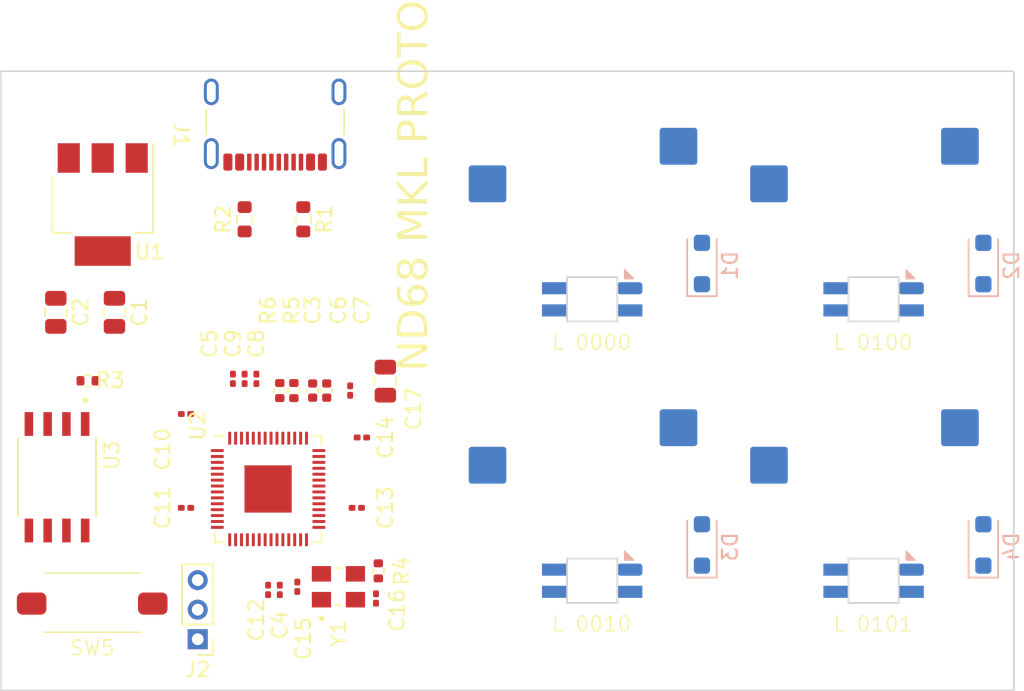
<source format=kicad_pcb>
(kicad_pcb (version 20221018) (generator pcbnew)
  (layers (0 "F.Cu" signal) (31 "B.Cu" signal) (34 "B.Paste" user) (35 "F.Paste" user) (36 "B.SilkS" user "B.Silkscreen") (37 "F.SilkS" user "F.Silkscreen") (38 "B.Mask" user) (39 "F.Mask" user) (44 "Edge.Cuts" user))
  (net 0 "")
  (net 1 "VBUS")
  (net 2 "GND")
  (net 3 "+3.3V")
  (net 4 "+1V1")
  (net 5 "XIN")
  (net 6 "Net-(C16-Pad2)")
  (net 7 "R0")
  (net 8 "Net-(D1-A)")
  (net 9 "Net-(D2-A)")
  (net 10 "R1")
  (net 11 "Net-(D3-A)")
  (net 12 "Net-(D4-A)")
  (net 13 "Net-(J1-CC1)")
  (net 16 "Net-(J1-CC2)")
  (net 17 "D+")
  (net 18 "D-")
  (net 19 "Net-(J2-Pin_1)")
  (net 20 "Net-(J2-Pin_3)")
  (net 21 "Net-(R3-Pad1)")
  (net 22 "QSPI_SS")
  (net 23 "XOUT")
  (net 24 "Net-(U2-USB_DM)")
  (net 25 "Net-(U2-USB_DP)")
  (net 57 "QSPI_SD3")
  (net 58 "QSPI_SCLK")
  (net 59 "QSPI_SD0")
  (net 60 "QSPI_SD2")
  (net 61 "QSPI_SD1")
  (net 62 "VDD")
  (net 63 "Net-(SW1-DOUT)")
  (net 64 "DIN")
  (net 65 "Net-(SW2-DOUT)")
  (net 66 "Net-(SW3-DOUT)")
  (footprint "ND68:ND68-1U-HS-ARGB" (layer "F.Cu") (at 169.57675 100.33)
    (fp_text reference "SW3")
    (fp_text value "~")
    (fp_text user "L 0010" (at -2.794 8.7884 unlocked) (layer "F.SilkS") (effects (font (thickness 0.1)) (justify left bottom)))
    (fp_poly (pts (xy 2.8 3.8802) (xy 2.2 3.8802) (xy 2.2 3.2802)) (stroke (width 0.1)) (fill solid) (layer "B.SilkS"))
    (fp_line (start -1.7 3.7802) (end 1.7 3.7802) (stroke (width 0.12)) (layer "Edge.Cuts"))
    (fp_line (start -1.7 6.7802) (end -1.7 3.7802) (stroke (width 0.12)) (layer "Edge.Cuts"))
    (fp_line (start 1.7 3.7802) (end 1.7 6.7802) (stroke (width 0.12)) (layer "Edge.Cuts"))
    (fp_line (start 1.7 6.7802) (end -1.7 6.7802) (stroke (width 0.12)) (layer "Edge.Cuts"))
    (pad "" np_thru_hole circle (at -5.08 0 48.099) (size 1.7018 1.7018) (drill 1.7018) (layers "F&B.Cu" "*.Mask"))
    (pad "" np_thru_hole circle (at -3.81 -2.54) (size 3 3) (drill 3) (layers "F&B.Cu" "*.Mask"))
    (pad "" np_thru_hole circle (at 0 0) (size 3.9878 3.9878) (drill 3.9878) (layers "F&B.Cu" "*.Mask"))
    (pad "" np_thru_hole circle (at 2.54 -5.08) (size 3 3) (drill 3) (layers "F&B.Cu" "*.Mask"))
    (pad "" np_thru_hole circle (at 5.08 0 48.099) (size 1.7018 1.7018) (drill 1.7018) (layers "F&B.Cu" "*.Mask"))
    (pad "1" smd rect (at -2.55 6.0302) (size 1.7 0.82) (layers "B.Cu" "B.Paste" "B.Mask") (net 62 "VDD"))
    (pad "2" smd rect (at -2.55 4.5302) (size 1.7 0.82) (layers "B.Cu" "B.Paste" "B.Mask") (net 66 "Net-(SW3-DOUT)"))
    (pad "3" smd roundrect (at 2.55 4.5302) (size 1.7 0.82) (layers "B.Cu" "B.Paste" "B.Mask") (net 2 "GND"))
    (pad "4" smd rect (at 2.55 6.0302) (size 1.7 0.82) (layers "B.Cu" "B.Paste" "B.Mask") (net 65 "Net-(SW2-DOUT)"))
    (pad "5" smd roundrect (at -7.085 -2.54) (size 2.55 2.5) (layers "B.Cu" "B.Paste" "B.Mask") (roundrect_rratio 0.08))
    (pad "6" smd roundrect (at 5.842 -5.08) (size 2.55 2.5) (layers "B.Cu" "B.Paste" "B.Mask") (roundrect_rratio 0.08))
  )
  (footprint "ND68:USB_C_Receptacle_GCT_USB4105-GF-A" (layer "F.Cu") (at 148.11375 73.5925 180)
    (fp_text reference "J1" (at 6.35 -1.835 270 unlocked) (layer "F.SilkS"))
    (fp_text value "USB_C_Receptacle_USB2.0_14P")
    (fp_line (start -4.67 -0.1) (end -4.67 -1.8) (stroke (width 0.12)) (layer "F.SilkS"))
    (fp_line (start 4.67 -0.1) (end 4.67 -1.8) (stroke (width 0.12)) (layer "F.SilkS"))
    (pad "" np_thru_hole circle (at -2.89 -2.605 180) (size 0.65 0.65) (drill 0.65) (layers "F&B.Cu" "*.Mask"))
    (pad "" np_thru_hole circle (at 2.89 -2.605 180) (size 0.65 0.65) (drill 0.65) (layers "F&B.Cu" "*.Mask"))
    (pad "A1" smd roundrect (at -3.2 -3.68 180) (size 0.6 1.15) (layers "F.Cu" "F.Paste" "F.Mask") (net 2 "GND"))
    (pad "A4" smd roundrect (at -2.4 -3.68 180) (size 0.6 1.15) (layers "F.Cu" "F.Paste" "F.Mask") (net 1 "VBUS"))
    (pad "A5" smd roundrect (at -1.25 -3.68 180) (size 0.3 1.15) (layers "F.Cu" "F.Paste" "F.Mask") (net 13 "Net-(J1-CC1)"))
    (pad "A6" smd roundrect (at -0.25 -3.68 180) (size 0.3 1.15) (layers "F.Cu" "F.Paste" "F.Mask"))
    (pad "A7" smd roundrect (at 0.25 -3.68 180) (size 0.3 1.15) (layers "F.Cu" "F.Paste" "F.Mask"))
    (pad "A8" smd roundrect (at 1.25 -3.68 180) (size 0.3 1.15) (layers "F.Cu" "F.Paste" "F.Mask"))
    (pad "A9" smd roundrect (at 2.4 -3.68 180) (size 0.6 1.15) (layers "F.Cu" "F.Paste" "F.Mask") (net 1 "VBUS"))
    (pad "A12" smd roundrect (at 3.2 -3.68 180) (size 0.6 1.15) (layers "F.Cu" "F.Paste" "F.Mask") (net 2 "GND"))
    (pad "B1" smd roundrect (at 3.2 -3.68 180) (size 0.6 1.15) (layers "F.Cu" "F.Paste" "F.Mask") (net 2 "GND"))
    (pad "B4" smd roundrect (at 2.4 -3.68 180) (size 0.6 1.15) (layers "F.Cu" "F.Paste" "F.Mask") (net 1 "VBUS"))
    (pad "B5" smd roundrect (at 1.75 -3.68 180) (size 0.3 1.15) (layers "F.Cu" "F.Paste" "F.Mask") (net 16 "Net-(J1-CC2)"))
    (pad "B6" smd roundrect (at 0.75 -3.68 180) (size 0.3 1.15) (layers "F.Cu" "F.Paste" "F.Mask") (net 17 "D+"))
    (pad "B7" smd roundrect (at -0.75 -3.68 180) (size 0.3 1.15) (layers "F.Cu" "F.Paste" "F.Mask") (net 18 "D-"))
    (pad "B8" smd roundrect (at -1.75 -3.68 180) (size 0.3 1.15) (layers "F.Cu" "F.Paste" "F.Mask"))
    (pad "B9" smd roundrect (at -2.4 -3.68 180) (size 0.6 1.15) (layers "F.Cu" "F.Paste" "F.Mask") (net 1 "VBUS"))
    (pad "B12" smd roundrect (at -3.2 -3.68 180) (size 0.6 1.15) (layers "F.Cu" "F.Paste" "F.Mask") (net 2 "GND"))
    (pad "S1" thru_hole oval (at -4.32 -3.105 180) (size 1 2.1) (drill oval 0.6 1.7) (layers "*.Cu" "*.Mask" "F.Paste") (net 2 "GND"))
    (pad "S1" thru_hole oval (at -4.32 1.075 180) (size 1 1.8) (drill oval 0.6 1.4) (layers "*.Cu" "*.Mask" "F.Paste") (net 2 "GND"))
    (pad "S1" thru_hole oval (at 4.32 -3.105 180) (size 1 2.1) (drill oval 0.6 1.7) (layers "*.Cu" "*.Mask" "F.Paste") (net 2 "GND"))
    (pad "S1" thru_hole oval (at 4.32 1.075 180) (size 1 1.8) (drill oval 0.6 1.4) (layers "*.Cu" "*.Mask" "F.Paste") (net 2 "GND"))
  )
  (footprint "Resistor_SMD:R_0402_1005Metric" (layer "F.Cu") (at 148.43125 92.7375 -90)
    (fp_text reference "R6" (at -5.425 0.79375 90) (layer "F.SilkS"))
    (fp_text value "27.4" hide)
    (fp_line (start -0.153641 -0.38) (end 0.153641 -0.38) (stroke (width 0.12)) (layer "F.SilkS"))
    (fp_line (start -0.153641 0.38) (end 0.153641 0.38) (stroke (width 0.12)) (layer "F.SilkS"))
    (pad "1" smd roundrect (at -0.51 0 270) (size 0.54 0.64) (layers "F.Cu" "F.Paste" "F.Mask") (net 17 "D+"))
    (pad "2" smd roundrect (at 0.51 0 270) (size 0.54 0.64) (layers "F.Cu" "F.Paste" "F.Mask") (net 25 "Net-(U2-USB_DP)"))
  )
  (footprint "Connector_PinHeader_2.00mm:PinHeader_1x03_P2.00mm_Vertical" (layer "F.Cu") (at 142.875 109.56875 180)
    (fp_text reference "J2" (at 0 -2.06) (layer "F.SilkS"))
    (fp_text value "Conn_01x03_Pin" hide)
    (fp_line (start -1.06 -1.06) (end 0 -1.06) (stroke (width 0.12)) (layer "F.SilkS"))
    (fp_line (start -1.06 0) (end -1.06 -1.06) (stroke (width 0.12)) (layer "F.SilkS"))
    (fp_line (start -1.06 1) (end -1.06 5.06) (stroke (width 0.12)) (layer "F.SilkS"))
    (fp_line (start -1.06 1) (end 1.06 1) (stroke (width 0.12)) (layer "F.SilkS"))
    (fp_line (start -1.06 5.06) (end 1.06 5.06) (stroke (width 0.12)) (layer "F.SilkS"))
    (fp_line (start 1.06 1) (end 1.06 5.06) (stroke (width 0.12)) (layer "F.SilkS"))
    (pad "1" thru_hole rect (at 0 0 180) (size 1.35 1.35) (drill 0.8) (layers "*.Cu" "*.Mask") (net 19 "Net-(J2-Pin_1)"))
    (pad "2" thru_hole oval (at 0 2 180) (size 1.35 1.35) (drill 0.8) (layers "*.Cu" "*.Mask") (net 2 "GND"))
    (pad "3" thru_hole oval (at 0 4 180) (size 1.35 1.35) (drill 0.8) (layers "*.Cu" "*.Mask") (net 20 "Net-(J2-Pin_3)"))
  )
  (footprint "ND68:XTAL_ABM8-12.000MHZ-B2-T" (layer "F.Cu") (at 152.4 106.0175 90)
    (fp_text reference "Y1" (at -3.175 0 90) (layer "F.SilkS"))
    (fp_text value "Crystal_GND24" hide)
    (fp_line (start -1.25 -0.18) (end -1.25 0.18) (stroke (width 0.127)) (layer "F.SilkS"))
    (fp_line (start 1.25 -0.18) (end 1.25 0.18) (stroke (width 0.127)) (layer "F.SilkS"))
    (fp_circle (center -2.15 -1.15) (end -2.05 -1.15) (stroke (width 0.2)) (fill none) (layer "F.SilkS"))
    (pad "1" smd rect (at -0.875 -1.15 90) (size 1.05 1.3) (layers "F.Cu" "F.Paste" "F.Mask") (net 5 "XIN"))
    (pad "2" smd rect (at -0.875 1.15 90) (size 1.05 1.3) (layers "F.Cu" "F.Paste" "F.Mask") (net 2 "GND"))
    (pad "3" smd rect (at 0.875 1.15 90) (size 1.05 1.3) (layers "F.Cu" "F.Paste" "F.Mask") (net 6 "Net-(C16-Pad2)"))
    (pad "4" smd rect (at 0.875 -1.15 90) (size 1.05 1.3) (layers "F.Cu" "F.Paste" "F.Mask") (net 2 "GND"))
  )
  (footprint "Capacitor_SMD:C_0201_0603Metric" (layer "F.Cu") (at 146.84375 91.94375 90)
    (fp_text reference "C8" (at 2.38125 0 90) (layer "F.SilkS"))
    (fp_text value "100n" hide)
    (pad "1" smd roundrect (at -0.32 0 90) (size 0.46 0.4) (layers "F.Cu" "F.Mask") (net 3 "+3.3V"))
    (pad "2" smd roundrect (at 0.32 0 90) (size 0.46 0.4) (layers "F.Cu" "F.Mask") (net 2 "GND"))
  )
  (footprint "Resistor_SMD:R_0402_1005Metric" (layer "F.Cu") (at 135.4475 92.075 180)
    (fp_text reference "R3" (at -1.50625 0.025) (layer "F.SilkS"))
    (fp_text value "1k" hide)
    (fp_line (start -0.153641 -0.38) (end 0.153641 -0.38) (stroke (width 0.12)) (layer "F.SilkS"))
    (fp_line (start -0.153641 0.38) (end 0.153641 0.38) (stroke (width 0.12)) (layer "F.SilkS"))
    (pad "1" smd roundrect (at -0.51 0 180) (size 0.54 0.64) (layers "F.Cu" "F.Paste" "F.Mask") (net 21 "Net-(R3-Pad1)"))
    (pad "2" smd roundrect (at 0.51 0 180) (size 0.54 0.64) (layers "F.Cu" "F.Paste" "F.Mask") (net 22 "QSPI_SS"))
  )
  (footprint "Capacitor_SMD:C_0805_2012Metric" (layer "F.Cu") (at 133.26875 87.4425 -90)
    (fp_text reference "C2" (at 0 -1.68 90) (layer "F.SilkS"))
    (fp_text value "10u" hide)
    (fp_line (start -0.261252 -0.735) (end 0.261252 -0.735) (stroke (width 0.12)) (layer "F.SilkS"))
    (fp_line (start -0.261252 0.735) (end 0.261252 0.735) (stroke (width 0.12)) (layer "F.SilkS"))
    (pad "1" smd roundrect (at -0.95 0 270) (size 1 1.45) (layers "F.Cu" "F.Paste" "F.Mask") (net 3 "+3.3V"))
    (pad "2" smd roundrect (at 0.95 0 270) (size 1 1.45) (layers "F.Cu" "F.Paste" "F.Mask") (net 2 "GND"))
  )
  (footprint "Capacitor_SMD:C_0805_2012Metric" (layer "F.Cu") (at 155.575 92.09875 90)
    (fp_text reference "C17" (at -1.88125 1.905 90) (layer "F.SilkS"))
    (fp_text value "10u" hide)
    (fp_line (start -0.261252 -0.735) (end 0.261252 -0.735) (stroke (width 0.12)) (layer "F.SilkS"))
    (fp_line (start -0.261252 0.735) (end 0.261252 0.735) (stroke (width 0.12)) (layer "F.SilkS"))
    (pad "1" smd roundrect (at -0.95 0 90) (size 1 1.45) (layers "F.Cu" "F.Paste" "F.Mask") (net 3 "+3.3V"))
    (pad "2" smd roundrect (at 0.95 0 90) (size 1 1.45) (layers "F.Cu" "F.Paste" "F.Mask") (net 2 "GND"))
  )
  (footprint "Resistor_SMD:R_0603_1608Metric" (layer "F.Cu") (at 150.01875 81.1425 -90)
    (fp_text reference "R1" (at 0 -1.43 90) (layer "F.SilkS"))
    (fp_text value "5.1k" hide)
    (fp_line (start -0.237258 -0.5225) (end 0.237258 -0.5225) (stroke (width 0.12)) (layer "F.SilkS"))
    (fp_line (start -0.237258 0.5225) (end 0.237258 0.5225) (stroke (width 0.12)) (layer "F.SilkS"))
    (pad "1" smd roundrect (at -0.825 0 270) (size 0.8 0.95) (layers "F.Cu" "F.Paste" "F.Mask") (net 13 "Net-(J1-CC1)"))
    (pad "2" smd roundrect (at 0.825 0 270) (size 0.8 0.95) (layers "F.Cu" "F.Paste" "F.Mask") (net 2 "GND"))
  )
  (footprint "Capacitor_SMD:C_0805_2012Metric" (layer "F.Cu") (at 137.2375 87.4425 -90)
    (fp_text reference "C1" (at 0 -1.68 90) (layer "F.SilkS"))
    (fp_text value "10u" hide)
    (fp_line (start -0.261252 -0.735) (end 0.261252 -0.735) (stroke (width 0.12)) (layer "F.SilkS"))
    (fp_line (start -0.261252 0.735) (end 0.261252 0.735) (stroke (width 0.12)) (layer "F.SilkS"))
    (pad "1" smd roundrect (at -0.95 0 270) (size 1 1.45) (layers "F.Cu" "F.Paste" "F.Mask") (net 1 "VBUS"))
    (pad "2" smd roundrect (at 0.95 0 270) (size 1 1.45) (layers "F.Cu" "F.Paste" "F.Mask") (net 2 "GND"))
  )
  (footprint "Capacitor_SMD:C_0201_0603Metric" (layer "F.Cu") (at 147.6375 106.23125 -90)
    (fp_text reference "C12" (at 2.03625 0.79375 90) (layer "F.SilkS"))
    (fp_text value "100n" hide)
    (pad "1" smd roundrect (at -0.32 0 270) (size 0.46 0.4) (layers "F.Cu" "F.Mask") (net 3 "+3.3V"))
    (pad "2" smd roundrect (at 0.32 0 270) (size 0.46 0.4) (layers "F.Cu" "F.Mask") (net 2 "GND"))
  )
  (footprint "ND68:ND68-1U-HS-ARGB" (layer "F.Cu") (at 188.62675 100.33)
    (fp_text reference "SW4")
    (fp_text value "~")
    (fp_text user "L 0101" (at -2.794 8.7884 unlocked) (layer "F.SilkS") (effects (font (thickness 0.1)) (justify left bottom)))
    (fp_poly (pts (xy 2.8 3.8802) (xy 2.2 3.8802) (xy 2.2 3.2802)) (stroke (width 0.1)) (fill solid) (layer "B.SilkS"))
    (fp_line (start -1.7 3.7802) (end 1.7 3.7802) (stroke (width 0.12)) (layer "Edge.Cuts"))
    (fp_line (start -1.7 6.7802) (end -1.7 3.7802) (stroke (width 0.12)) (layer "Edge.Cuts"))
    (fp_line (start 1.7 3.7802) (end 1.7 6.7802) (stroke (width 0.12)) (layer "Edge.Cuts"))
    (fp_line (start 1.7 6.7802) (end -1.7 6.7802) (stroke (width 0.12)) (layer "Edge.Cuts"))
    (pad "" np_thru_hole circle (at -5.08 0 48.099) (size 1.7018 1.7018) (drill 1.7018) (layers "F&B.Cu" "*.Mask"))
    (pad "" np_thru_hole circle (at -3.81 -2.54) (size 3 3) (drill 3) (layers "F&B.Cu" "*.Mask"))
    (pad "" np_thru_hole circle (at 0 0) (size 3.9878 3.9878) (drill 3.9878) (layers "F&B.Cu" "*.Mask"))
    (pad "" np_thru_hole circle (at 2.54 -5.08) (size 3 3) (drill 3) (layers "F&B.Cu" "*.Mask"))
    (pad "" np_thru_hole circle (at 5.08 0 48.099) (size 1.7018 1.7018) (drill 1.7018) (layers "F&B.Cu" "*.Mask"))
    (pad "1" smd rect (at -2.55 6.0302) (size 1.7 0.82) (layers "B.Cu" "B.Paste" "B.Mask") (net 62 "VDD"))
    (pad "2" smd rect (at -2.55 4.5302) (size 1.7 0.82) (layers "B.Cu" "B.Paste" "B.Mask"))
    (pad "3" smd roundrect (at 2.55 4.5302) (size 1.7 0.82) (layers "B.Cu" "B.Paste" "B.Mask") (net 2 "GND"))
    (pad "4" smd rect (at 2.55 6.0302) (size 1.7 0.82) (layers "B.Cu" "B.Paste" "B.Mask") (net 66 "Net-(SW3-DOUT)"))
    (pad "5" smd roundrect (at -7.085 -2.54) (size 2.55 2.5) (layers "B.Cu" "B.Paste" "B.Mask") (roundrect_rratio 0.08))
    (pad "6" smd roundrect (at 5.842 -5.08) (size 2.55 2.5) (layers "B.Cu" "B.Paste" "B.Mask") (roundrect_rratio 0.08))
  )
  (footprint "Capacitor_SMD:C_0201_0603Metric" (layer "F.Cu") (at 148.43125 106.23125 -90)
    (fp_text reference "C4" (at 2.38125 0 90) (layer "F.SilkS"))
    (fp_text value "100n" hide)
    (pad "1" smd roundrect (at -0.32 0 270) (size 0.46 0.4) (layers "F.Cu" "F.Mask") (net 4 "+1V1"))
    (pad "2" smd roundrect (at 0.32 0 270) (size 0.46 0.4) (layers "F.Cu" "F.Mask") (net 2 "GND"))
  )
  (footprint "ND68:ND68-1U-HS-ARGB" (layer "F.Cu") (at 169.57675 81.28)
    (fp_text reference "SW1")
    (fp_text value "~")
    (fp_text user "L 0000" (at -2.794 8.7884 unlocked) (layer "F.SilkS") (effects (font (thickness 0.1)) (justify left bottom)))
    (fp_poly (pts (xy 2.8 3.8802) (xy 2.2 3.8802) (xy 2.2 3.2802)) (stroke (width 0.1)) (fill solid) (layer "B.SilkS"))
    (fp_line (start -1.7 3.7802) (end 1.7 3.7802) (stroke (width 0.12)) (layer "Edge.Cuts"))
    (fp_line (start -1.7 6.7802) (end -1.7 3.7802) (stroke (width 0.12)) (layer "Edge.Cuts"))
    (fp_line (start 1.7 3.7802) (end 1.7 6.7802) (stroke (width 0.12)) (layer "Edge.Cuts"))
    (fp_line (start 1.7 6.7802) (end -1.7 6.7802) (stroke (width 0.12)) (layer "Edge.Cuts"))
    (pad "" np_thru_hole circle (at -5.08 0 48.099) (size 1.7018 1.7018) (drill 1.7018) (layers "F&B.Cu" "*.Mask"))
    (pad "" np_thru_hole circle (at -3.81 -2.54) (size 3 3) (drill 3) (layers "F&B.Cu" "*.Mask"))
    (pad "" np_thru_hole circle (at 0 0) (size 3.9878 3.9878) (drill 3.9878) (layers "F&B.Cu" "*.Mask"))
    (pad "" np_thru_hole circle (at 2.54 -5.08) (size 3 3) (drill 3) (layers "F&B.Cu" "*.Mask"))
    (pad "" np_thru_hole circle (at 5.08 0 48.099) (size 1.7018 1.7018) (drill 1.7018) (layers "F&B.Cu" "*.Mask"))
    (pad "1" smd rect (at -2.55 6.0302) (size 1.7 0.82) (layers "B.Cu" "B.Paste" "B.Mask") (net 62 "VDD"))
    (pad "2" smd rect (at -2.55 4.5302) (size 1.7 0.82) (layers "B.Cu" "B.Paste" "B.Mask") (net 63 "Net-(SW1-DOUT)"))
    (pad "3" smd roundrect (at 2.55 4.5302) (size 1.7 0.82) (layers "B.Cu" "B.Paste" "B.Mask") (net 2 "GND"))
    (pad "4" smd rect (at 2.55 6.0302) (size 1.7 0.82) (layers "B.Cu" "B.Paste" "B.Mask") (net 64 "DIN"))
    (pad "5" smd roundrect (at -7.085 -2.54) (size 2.55 2.5) (layers "B.Cu" "B.Paste" "B.Mask") (roundrect_rratio 0.08))
    (pad "6" smd roundrect (at 5.842 -5.08) (size 2.55 2.5) (layers "B.Cu" "B.Paste" "B.Mask") (roundrect_rratio 0.08))
  )
  (footprint "Package_TO_SOT_SMD:SOT-223-3_TabPin2" (layer "F.Cu") (at 136.44375 80.14375 -90)
    (fp_text reference "U1" (at 3.2 -3.175) (layer "F.SilkS"))
    (fp_text value "NCP1117-3.3_SOT223" hide)
    (fp_line (start -4.1 -3.41) (end 1.91 -3.41) (stroke (width 0.12)) (layer "F.SilkS"))
    (fp_line (start -1.85 3.41) (end 1.91 3.41) (stroke (width 0.12)) (layer "F.SilkS"))
    (fp_line (start 1.91 -3.41) (end 1.91 -2.15) (stroke (width 0.12)) (layer "F.SilkS"))
    (fp_line (start 1.91 3.41) (end 1.91 2.15) (stroke (width 0.12)) (layer "F.SilkS"))
    (pad "1" smd rect (at -3.15 -2.3 270) (size 2 1.5) (layers "F.Cu" "F.Paste" "F.Mask") (net 2 "GND"))
    (pad "2" smd rect (at -3.15 0 270) (size 2 1.5) (layers "F.Cu" "F.Paste" "F.Mask") (net 3 "+3.3V"))
    (pad "2" smd rect (at 3.15 0 270) (size 2 3.8) (layers "F.Cu" "F.Paste" "F.Mask") (net 3 "+3.3V"))
    (pad "3" smd rect (at -3.15 2.3 270) (size 2 1.5) (layers "F.Cu" "F.Paste" "F.Mask") (net 1 "VBUS"))
  )
  (footprint "Resistor_SMD:R_0603_1608Metric" (layer "F.Cu") (at 146.05 81.1425 -90)
    (fp_text reference "R2" (at 0 1.45875 90) (layer "F.SilkS"))
    (fp_text value "5.1k" hide)
    (fp_line (start -0.237258 -0.5225) (end 0.237258 -0.5225) (stroke (width 0.12)) (layer "F.SilkS"))
    (fp_line (start -0.237258 0.5225) (end 0.237258 0.5225) (stroke (width 0.12)) (layer "F.SilkS"))
    (pad "1" smd roundrect (at -0.825 0 270) (size 0.8 0.95) (layers "F.Cu" "F.Paste" "F.Mask") (net 16 "Net-(J1-CC2)"))
    (pad "2" smd roundrect (at 0.825 0 270) (size 0.8 0.95) (layers "F.Cu" "F.Paste" "F.Mask") (net 2 "GND"))
  )
  (footprint "Capacitor_SMD:C_0201_0603Metric" (layer "F.Cu") (at 154.941719 106.81125 90)
    (fp_text reference "C16" (at -0.796133 1.427031 90) (layer "F.SilkS"))
    (fp_text value "15p" hide)
    (pad "1" smd roundrect (at -0.32 0 90) (size 0.46 0.4) (layers "F.Cu" "F.Mask") (net 2 "GND"))
    (pad "2" smd roundrect (at 0.32 0 90) (size 0.46 0.4) (layers "F.Cu" "F.Mask") (net 6 "Net-(C16-Pad2)"))
  )
  (footprint "Resistor_SMD:R_0402_1005Metric" (layer "F.Cu") (at 149.38375 92.7375 -90)
    (fp_text reference "R5" (at -5.425 0.15875 90) (layer "F.SilkS"))
    (fp_text value "27.4" hide)
    (fp_line (start -0.153641 -0.38) (end 0.153641 -0.38) (stroke (width 0.12)) (layer "F.SilkS"))
    (fp_line (start -0.153641 0.38) (end 0.153641 0.38) (stroke (width 0.12)) (layer "F.SilkS"))
    (pad "1" smd roundrect (at -0.51 0 270) (size 0.54 0.64) (layers "F.Cu" "F.Paste" "F.Mask") (net 18 "D-"))
    (pad "2" smd roundrect (at 0.51 0 270) (size 0.54 0.64) (layers "F.Cu" "F.Paste" "F.Mask") (net 24 "Net-(U2-USB_DM)"))
  )
  (footprint "Capacitor_SMD:C_0201_0603Metric" (layer "F.Cu") (at 146.05 91.94375 90)
    (fp_text reference "C9" (at 2.38125 -0.79375 90) (layer "F.SilkS"))
    (fp_text value "100n" hide)
    (pad "1" smd roundrect (at -0.32 0 90) (size 0.46 0.4) (layers "F.Cu" "F.Mask") (net 3 "+3.3V"))
    (pad "2" smd roundrect (at 0.32 0 90) (size 0.46 0.4) (layers "F.Cu" "F.Mask") (net 2 "GND"))
  )
  (footprint "Capacitor_SMD:C_0201_0603Metric" (layer "F.Cu") (at 153.9875 95.9125)
    (fp_text reference "C14" (at 1.5875 0 90) (layer "F.SilkS"))
    (fp_text value "100n" hide)
    (pad "1" smd roundrect (at -0.32 0) (size 0.46 0.4) (layers "F.Cu" "F.Mask") (net 3 "+3.3V"))
    (pad "2" smd roundrect (at 0.32 0) (size 0.46 0.4) (layers "F.Cu" "F.Mask") (net 2 "GND"))
  )
  (footprint "ND68:PTS636 SM43 SMTR LFS" (layer "F.Cu") (at 135.73125 107.15625)
    (fp_text reference "SW5" (at 0 3 unlocked) (layer "F.SilkS") (effects (font (thickness 0.1))))
    (fp_text value "~")
    (fp_line (start -3.242661 -2.060624) (end 3.257339 -2.060624) (stroke (width 0.1)) (layer "F.SilkS"))
    (fp_line (start 3.257339 1.939376) (end -3.242661 1.939376) (stroke (width 0.1)) (layer "F.SilkS"))
    (pad "1" smd roundrect (at -4.1 0) (size 2 1.5) (layers "F.Cu" "F.Paste" "F.Mask"))
    (pad "2" smd roundrect (at 4.1 0) (size 2 1.5) (layers "F.Cu" "F.Paste" "F.Mask"))
  )
  (footprint "ND68:W25Q128JVSIQ" (layer "F.Cu") (at 133.35 98.605 -90)
    (fp_text reference "U3" (at -1.485 -3.702 90) (layer "F.SilkS"))
    (fp_text value "~")
    (fp_line (start -2.64 -2.64) (end 2.64 -2.64) (stroke (width 0.127)) (layer "F.SilkS"))
    (fp_line (start -2.64 2.64) (end 2.64 2.64) (stroke (width 0.127)) (layer "F.SilkS"))
    (fp_circle (center -5.215 -1.905) (end -5.115 -1.905) (stroke (width 0.2)) (fill none) (layer "F.SilkS"))
    (pad "1" smd roundrect (at -3.605 -1.905 270) (size 1.61 0.58) (layers "F.Cu" "F.Paste" "F.Mask") (roundrect_rratio 0.07) (net 22 "QSPI_SS"))
    (pad "2" smd roundrect (at -3.605 -0.635 270) (size 1.61 0.58) (layers "F.Cu" "F.Paste" "F.Mask") (roundrect_rratio 0.07) (net 61 "QSPI_SD1"))
    (pad "3" smd roundrect (at -3.605 0.635 270) (size 1.61 0.58) (layers "F.Cu" "F.Paste" "F.Mask") (roundrect_rratio 0.07) (net 60 "QSPI_SD2"))
    (pad "4" smd roundrect (at -3.605 1.905 270) (size 1.61 0.58) (layers "F.Cu" "F.Paste" "F.Mask") (roundrect_rratio 0.07) (net 2 "GND"))
    (pad "5" smd roundrect (at 3.605 1.905 270) (size 1.61 0.58) (layers "F.Cu" "F.Paste" "F.Mask") (roundrect_rratio 0.07) (net 59 "QSPI_SD0"))
    (pad "6" smd roundrect (at 3.605 0.635 270) (size 1.61 0.58) (layers "F.Cu" "F.Paste" "F.Mask") (roundrect_rratio 0.07) (net 58 "QSPI_SCLK"))
    (pad "7" smd roundrect (at 3.605 -0.635 270) (size 1.61 0.58) (layers "F.Cu" "F.Paste" "F.Mask") (roundrect_rratio 0.07) (net 57 "QSPI_SD3"))
    (pad "8" smd roundrect (at 3.605 -1.905 270) (size 1.61 0.58) (layers "F.Cu" "F.Paste" "F.Mask") (roundrect_rratio 0.07) (net 3 "+3.3V"))
  )
  (footprint "ND68:ND68-1U-HS-ARGB" (layer "F.Cu") (at 188.62675 81.28)
    (fp_text reference "SW2")
    (fp_text value "~")
    (fp_text user "L 0100" (at -2.794 8.7884 unlocked) (layer "F.SilkS") (effects (font (thickness 0.1)) (justify left bottom)))
    (fp_poly (pts (xy 2.8 3.8802) (xy 2.2 3.8802) (xy 2.2 3.2802)) (stroke (width 0.1)) (fill solid) (layer "B.SilkS"))
    (fp_line (start -1.7 3.7802) (end 1.7 3.7802) (stroke (width 0.12)) (layer "Edge.Cuts"))
    (fp_line (start -1.7 6.7802) (end -1.7 3.7802) (stroke (width 0.12)) (layer "Edge.Cuts"))
    (fp_line (start 1.7 3.7802) (end 1.7 6.7802) (stroke (width 0.12)) (layer "Edge.Cuts"))
    (fp_line (start 1.7 6.7802) (end -1.7 6.7802) (stroke (width 0.12)) (layer "Edge.Cuts"))
    (pad "" np_thru_hole circle (at -5.08 0 48.099) (size 1.7018 1.7018) (drill 1.7018) (layers "F&B.Cu" "*.Mask"))
    (pad "" np_thru_hole circle (at -3.81 -2.54) (size 3 3) (drill 3) (layers "F&B.Cu" "*.Mask"))
    (pad "" np_thru_hole circle (at 0 0) (size 3.9878 3.9878) (drill 3.9878) (layers "F&B.Cu" "*.Mask"))
    (pad "" np_thru_hole circle (at 2.54 -5.08) (size 3 3) (drill 3) (layers "F&B.Cu" "*.Mask"))
    (pad "" np_thru_hole circle (at 5.08 0 48.099) (size 1.7018 1.7018) (drill 1.7018) (layers "F&B.Cu" "*.Mask"))
    (pad "1" smd rect (at -2.55 6.0302) (size 1.7 0.82) (layers "B.Cu" "B.Paste" "B.Mask") (net 62 "VDD"))
    (pad "2" smd rect (at -2.55 4.5302) (size 1.7 0.82) (layers "B.Cu" "B.Paste" "B.Mask") (net 65 "Net-(SW2-DOUT)"))
    (pad "3" smd roundrect (at 2.55 4.5302) (size 1.7 0.82) (layers "B.Cu" "B.Paste" "B.Mask") (net 2 "GND"))
    (pad "4" smd rect (at 2.55 6.0302) (size 1.7 0.82) (layers "B.Cu" "B.Paste" "B.Mask") (net 63 "Net-(SW1-DOUT)"))
    (pad "5" smd roundrect (at -7.085 -2.54) (size 2.55 2.5) (layers "B.Cu" "B.Paste" "B.Mask") (roundrect_rratio 0.08))
    (pad "6" smd roundrect (at 5.842 -5.08) (size 2.55 2.5) (layers "B.Cu" "B.Paste" "B.Mask") (roundrect_rratio 0.08))
  )
  (footprint "Resistor_SMD:R_0402_1005Metric" (layer "F.Cu") (at 155.099 104.94 90)
    (fp_text reference "R4" (at 0 1.5875 90) (layer "F.SilkS"))
    (fp_text value "1k" hide)
    (fp_line (start -0.153641 -0.38) (end 0.153641 -0.38) (stroke (width 0.12)) (layer "F.SilkS"))
    (fp_line (start -0.153641 0.38) (end 0.153641 0.38) (stroke (width 0.12)) (layer "F.SilkS"))
    (pad "1" smd roundrect (at -0.51 0 90) (size 0.54 0.64) (layers "F.Cu" "F.Paste" "F.Mask") (net 6 "Net-(C16-Pad2)"))
    (pad "2" smd roundrect (at 0.51 0 90) (size 0.54 0.64) (layers "F.Cu" "F.Paste" "F.Mask") (net 23 "XOUT"))
  )
  (footprint "Capacitor_SMD:C_0201_0603Metric" (layer "F.Cu") (at 149.613068 106.0175 -90)
    (fp_text reference "C15" (at 3.52 -0.405682 90) (layer "F.SilkS"))
    (fp_text value "15p" hide)
    (pad "1" smd roundrect (at -0.32 0 270) (size 0.46 0.4) (layers "F.Cu" "F.Mask") (net 2 "GND"))
    (pad "2" smd roundrect (at 0.32 0 270) (size 0.46 0.4) (layers "F.Cu" "F.Mask") (net 5 "XIN"))
  )
  (footprint "Capacitor_SMD:C_0201_0603Metric" (layer "F.Cu") (at 153.19375 92.7375 90)
    (fp_text reference "C7" (at 5.425 0.79375 90) (layer "F.SilkS"))
    (fp_text value "100n" hide)
    (pad "1" smd roundrect (at -0.32 0 90) (size 0.46 0.4) (layers "F.Cu" "F.Mask") (net 3 "+3.3V"))
    (pad "2" smd roundrect (at 0.32 0 90) (size 0.46 0.4) (layers "F.Cu" "F.Mask") (net 2 "GND"))
  )
  (footprint "Capacitor_SMD:C_0201_0603Metric" (layer "F.Cu") (at 142.08125 94.325 180)
    (fp_text reference "C10" (at 1.5875 -2.38125 90) (layer "F.SilkS"))
    (fp_text value "100n" hide)
    (pad "1" smd roundrect (at -0.32 0 180) (size 0.46 0.4) (layers "F.Cu" "F.Mask") (net 3 "+3.3V"))
    (pad "2" smd roundrect (at 0.32 0 180) (size 0.46 0.4) (layers "F.Cu" "F.Mask") (net 2 "GND"))
  )
  (footprint "Package_DFN_QFN:QFN-56-1EP_7x7mm_P0.4mm_EP3.2x3.2mm" (layer "F.Cu") (at 147.6375 99.39875)
    (fp_text reference "U2" (at -4.7625 -4.28 90) (layer "F.SilkS"))
    (fp_text value "RP2040" hide)
    (fp_line (start -3.61 3.61) (end -3.61 2.96) (stroke (width 0.12)) (layer "F.SilkS"))
    (fp_line (start -2.96 -3.61) (end -3.61 -3.61) (stroke (width 0.12)) (layer "F.SilkS"))
    (fp_line (start -2.96 3.61) (end -3.61 3.61) (stroke (width 0.12)) (layer "F.SilkS"))
    (fp_line (start 2.96 -3.61) (end 3.61 -3.61) (stroke (width 0.12)) (layer "F.SilkS"))
    (fp_line (start 2.96 3.61) (end 3.61 3.61) (stroke (width 0.12)) (layer "F.SilkS"))
    (fp_line (start 3.61 -3.61) (end 3.61 -2.96) (stroke (width 0.12)) (layer "F.SilkS"))
    (fp_line (start 3.61 3.61) (end 3.61 2.96) (stroke (width 0.12)) (layer "F.SilkS"))
    (pad "1" smd roundrect (at -3.4375 -2.6) (size 0.875 0.2) (layers "F.Cu" "F.Paste" "F.Mask") (net 3 "+3.3V"))
    (pad "2" smd roundrect (at -3.4375 -2.2) (size 0.875 0.2) (layers "F.Cu" "F.Paste" "F.Mask"))
    (pad "3" smd roundrect (at -3.4375 -1.8) (size 0.875 0.2) (layers "F.Cu" "F.Paste" "F.Mask"))
    (pad "4" smd roundrect (at -3.4375 -1.4) (size 0.875 0.2) (layers "F.Cu" "F.Paste" "F.Mask"))
    (pad "5" smd roundrect (at -3.4375 -1) (size 0.875 0.2) (layers "F.Cu" "F.Paste" "F.Mask"))
    (pad "6" smd roundrect (at -3.4375 -0.6) (size 0.875 0.2) (layers "F.Cu" "F.Paste" "F.Mask"))
    (pad "7" smd roundrect (at -3.4375 -0.2) (size 0.875 0.2) (layers "F.Cu" "F.Paste" "F.Mask"))
    (pad "8" smd roundrect (at -3.4375 0.2) (size 0.875 0.2) (layers "F.Cu" "F.Paste" "F.Mask"))
    (pad "9" smd roundrect (at -3.4375 0.6) (size 0.875 0.2) (layers "F.Cu" "F.Paste" "F.Mask"))
    (pad "10" smd roundrect (at -3.4375 1) (size 0.875 0.2) (layers "F.Cu" "F.Paste" "F.Mask") (net 3 "+3.3V"))
    (pad "11" smd roundrect (at -3.4375 1.4) (size 0.875 0.2) (layers "F.Cu" "F.Paste" "F.Mask"))
    (pad "12" smd roundrect (at -3.4375 1.8) (size 0.875 0.2) (layers "F.Cu" "F.Paste" "F.Mask"))
    (pad "13" smd roundrect (at -3.4375 2.2) (size 0.875 0.2) (layers "F.Cu" "F.Paste" "F.Mask"))
    (pad "14" smd roundrect (at -3.4375 2.6) (size 0.875 0.2) (layers "F.Cu" "F.Paste" "F.Mask"))
    (pad "15" smd roundrect (at -2.6 3.4375) (size 0.2 0.875) (layers "F.Cu" "F.Paste" "F.Mask"))
    (pad "16" smd roundrect (at -2.2 3.4375) (size 0.2 0.875) (layers "F.Cu" "F.Paste" "F.Mask"))
    (pad "17" smd roundrect (at -1.8 3.4375) (size 0.2 0.875) (layers "F.Cu" "F.Paste" "F.Mask"))
    (pad "18" smd roundrect (at -1.4 3.4375) (size 0.2 0.875) (layers "F.Cu" "F.Paste" "F.Mask"))
    (pad "19" smd roundrect (at -1 3.4375) (size 0.2 0.875) (layers "F.Cu" "F.Paste" "F.Mask") (net 2 "GND"))
    (pad "20" smd roundrect (at -0.6 3.4375) (size 0.2 0.875) (layers "F.Cu" "F.Paste" "F.Mask") (net 5 "XIN"))
    (pad "21" smd roundrect (at -0.2 3.4375) (size 0.2 0.875) (layers "F.Cu" "F.Paste" "F.Mask") (net 23 "XOUT"))
    (pad "22" smd roundrect (at 0.2 3.4375) (size 0.2 0.875) (layers "F.Cu" "F.Paste" "F.Mask") (net 3 "+3.3V"))
    (pad "23" smd roundrect (at 0.6 3.4375) (size 0.2 0.875) (layers "F.Cu" "F.Paste" "F.Mask") (net 4 "+1V1"))
    (pad "24" smd roundrect (at 1 3.4375) (size 0.2 0.875) (layers "F.Cu" "F.Paste" "F.Mask") (net 19 "Net-(J2-Pin_1)"))
    (pad "25" smd roundrect (at 1.4 3.4375) (size 0.2 0.875) (layers "F.Cu" "F.Paste" "F.Mask") (net 20 "Net-(J2-Pin_3)"))
    (pad "26" smd roundrect (at 1.8 3.4375) (size 0.2 0.875) (layers "F.Cu" "F.Paste" "F.Mask"))
    (pad "27" smd roundrect (at 2.2 3.4375) (size 0.2 0.875) (layers "F.Cu" "F.Paste" "F.Mask"))
    (pad "28" smd roundrect (at 2.6 3.4375) (size 0.2 0.875) (layers "F.Cu" "F.Paste" "F.Mask"))
    (pad "29" smd roundrect (at 3.4375 2.6) (size 0.875 0.2) (layers "F.Cu" "F.Paste" "F.Mask"))
    (pad "30" smd roundrect (at 3.4375 2.2) (size 0.875 0.2) (layers "F.Cu" "F.Paste" "F.Mask"))
    (pad "31" smd roundrect (at 3.4375 1.8) (size 0.875 0.2) (layers "F.Cu" "F.Paste" "F.Mask"))
    (pad "32" smd roundrect (at 3.4375 1.4) (size 0.875 0.2) (layers "F.Cu" "F.Paste" "F.Mask"))
    (pad "33" smd roundrect (at 3.4375 1) (size 0.875 0.2) (layers "F.Cu" "F.Paste" "F.Mask") (net 3 "+3.3V"))
    (pad "34" smd roundrect (at 3.4375 0.6) (size 0.875 0.2) (layers "F.Cu" "F.Paste" "F.Mask"))
    (pad "35" smd roundrect (at 3.4375 0.2) (size 0.875 0.2) (layers "F.Cu" "F.Paste" "F.Mask"))
    (pad "36" smd roundrect (at 3.4375 -0.2) (size 0.875 0.2) (layers "F.Cu" "F.Paste" "F.Mask"))
    (pad "37" smd roundrect (at 3.4375 -0.6) (size 0.875 0.2) (layers "F.Cu" "F.Paste" "F.Mask"))
    (pad "38" smd roundrect (at 3.4375 -1) (size 0.875 0.2) (layers "F.Cu" "F.Paste" "F.Mask"))
    (pad "39" smd roundrect (at 3.4375 -1.4) (size 0.875 0.2) (layers "F.Cu" "F.Paste" "F.Mask"))
    (pad "40" smd roundrect (at 3.4375 -1.8) (size 0.875 0.2) (layers "F.Cu" "F.Paste" "F.Mask"))
    (pad "41" smd roundrect (at 3.4375 -2.2) (size 0.875 0.2) (layers "F.Cu" "F.Paste" "F.Mask"))
    (pad "42" smd roundrect (at 3.4375 -2.6) (size 0.875 0.2) (layers "F.Cu" "F.Paste" "F.Mask") (net 3 "+3.3V"))
    (pad "43" smd roundrect (at 2.6 -3.4375) (size 0.2 0.875) (layers "F.Cu" "F.Paste" "F.Mask") (net 3 "+3.3V"))
    (pad "44" smd roundrect (at 2.2 -3.4375) (size 0.2 0.875) (layers "F.Cu" "F.Paste" "F.Mask") (net 3 "+3.3V"))
    (pad "45" smd roundrect (at 1.8 -3.4375) (size 0.2 0.875) (layers "F.Cu" "F.Paste" "F.Mask") (net 4 "+1V1"))
    (pad "46" smd roundrect (at 1.4 -3.4375) (size 0.2 0.875) (layers "F.Cu" "F.Paste" "F.Mask") (net 24 "Net-(U2-USB_DM)"))
    (pad "47" smd roundrect (at 1 -3.4375) (size 0.2 0.875) (layers "F.Cu" "F.Paste" "F.Mask") (net 25 "Net-(U2-USB_DP)"))
    (pad "48" smd roundrect (at 0.6 -3.4375) (size 0.2 0.875) (layers "F.Cu" "F.Paste" "F.Mask") (net 3 "+3.3V"))
    (pad "49" smd roundrect (at 0.2 -3.4375) (size 0.2 0.875) (layers "F.Cu" "F.Paste" "F.Mask") (net 3 "+3.3V"))
    (pad "50" smd roundrect (at -0.2 -3.4375) (size 0.2 0.875) (layers "F.Cu" "F.Paste" "F.Mask") (net 4 "+1V1"))
    (pad "51" smd roundrect (at -0.6 -3.4375) (size 0.2 0.875) (layers "F.Cu" "F.Paste" "F.Mask") (net 57 "QSPI_SD3"))
    (pad "52" smd roundrect (at -1 -3.4375) (size 0.2 0.875) (layers "F.Cu" "F.Paste" "F.Mask") (net 58 "QSPI_SCLK"))
    (pad "53" smd roundrect (at -1.4 -3.4375) (size 0.2 0.875) (layers "F.Cu" "F.Paste" "F.Mask") (net 59 "QSPI_SD0"))
    (pad "54" smd roundrect (at -1.8 -3.4375) (size 0.2 0.875) (layers "F.Cu" "F.Paste" "F.Mask") (net 60 "QSPI_SD2"))
    (pad "55" smd roundrect (at -2.2 -3.4375) (size 0.2 0.875) (layers "F.Cu" "F.Paste" "F.Mask") (net 61 "QSPI_SD1"))
    (pad "56" smd roundrect (at -2.6 -3.4375) (size 0.2 0.875) (layers "F.Cu" "F.Paste" "F.Mask") (net 22 "QSPI_SS"))
    (pad "57" smd rect (at 0 0) (size 3.2 3.2) (layers "F.Cu" "F.Mask") (net 2 "GND"))
  )
  (footprint "Capacitor_SMD:C_0201_0603Metric" (layer "F.Cu") (at 145.25625 91.94375 90)
    (fp_text reference "C5" (at 2.38125 -1.5875 90) (layer "F.SilkS"))
    (fp_text value "100n" hide)
    (pad "1" smd roundrect (at -0.32 0 90) (size 0.46 0.4) (layers "F.Cu" "F.Mask") (net 4 "+1V1"))
    (pad "2" smd roundrect (at 0.32 0 90) (size 0.46 0.4) (layers "F.Cu" "F.Mask") (net 2 "GND"))
  )
  (footprint "Capacitor_SMD:C_0201_0603Metric" (layer "F.Cu") (at 142.08125 100.675 180)
    (fp_text reference "C11" (at 1.5875 0 90) (layer "F.SilkS"))
    (fp_text value "100n" hide)
    (pad "1" smd roundrect (at -0.32 0 180) (size 0.46 0.4) (layers "F.Cu" "F.Mask") (net 3 "+3.3V"))
    (pad "2" smd roundrect (at 0.32 0 180) (size 0.46 0.4) (layers "F.Cu" "F.Mask") (net 2 "GND"))
  )
  (footprint "Capacitor_SMD:C_0201_0603Metric" (layer "F.Cu") (at 153.6425 100.675)
    (fp_text reference "C13" (at 1.9325 0 90) (layer "F.SilkS"))
    (fp_text value "100n" hide)
    (pad "1" smd roundrect (at -0.32 0) (size 0.46 0.4) (layers "F.Cu" "F.Mask") (net 3 "+3.3V"))
    (pad "2" smd roundrect (at 0.32 0) (size 0.46 0.4) (layers "F.Cu" "F.Mask") (net 2 "GND"))
  )
  (footprint "Capacitor_SMD:C_0402_1005Metric" (layer "F.Cu") (at 150.65375 92.7375 90)
    (fp_text reference "C3" (at 5.425 0 90) (layer "F.SilkS"))
    (fp_text value "1u" hide)
    (fp_line (start -0.107836 -0.36) (end 0.107836 -0.36) (stroke (width 0.12)) (layer "F.SilkS"))
    (fp_line (start -0.107836 0.36) (end 0.107836 0.36) (stroke (width 0.12)) (layer "F.SilkS"))
    (pad "1" smd roundrect (at -0.48 0 90) (size 0.56 0.62) (layers "F.Cu" "F.Paste" "F.Mask") (net 4 "+1V1"))
    (pad "2" smd roundrect (at 0.48 0 90) (size 0.56 0.62) (layers "F.Cu" "F.Paste" "F.Mask") (net 2 "GND"))
  )
  (footprint "Capacitor_SMD:C_0402_1005Metric" (layer "F.Cu") (at 151.60625 92.7375 90)
    (fp_text reference "C6" (at 5.425 0.79375 90) (layer "F.SilkS"))
    (fp_text value "1u" hide)
    (fp_line (start -0.107836 -0.36) (end 0.107836 -0.36) (stroke (width 0.12)) (layer "F.SilkS"))
    (fp_line (start -0.107836 0.36) (end 0.107836 0.36) (stroke (width 0.12)) (layer "F.SilkS"))
    (pad "1" smd roundrect (at -0.48 0 90) (size 0.56 0.62) (layers "F.Cu" "F.Paste" "F.Mask") (net 3 "+3.3V"))
    (pad "2" smd roundrect (at 0.48 0 90) (size 0.56 0.62) (layers "F.Cu" "F.Paste" "F.Mask") (net 2 "GND"))
  )
  (footprint "Diode_SMD:D_SOD-123F" (layer "B.Cu") (at 177.00625 103.1875 90)
    (fp_text reference "D3" (at -0.127 1.905 90) (layer "B.SilkS") (effects (justify mirror)))
    (fp_text value "D")
    (fp_line (start -2.21 -1) (end 1.65 -1) (stroke (width 0.12)) (layer "B.SilkS"))
    (fp_line (start -2.21 1) (end -2.21 -1) (stroke (width 0.12)) (layer "B.SilkS"))
    (fp_line (start -2.21 1) (end 1.65 1) (stroke (width 0.12)) (layer "B.SilkS"))
    (pad "1" smd roundrect (at -1.4 0 90) (size 1.1 1.1) (layers "B.Cu" "B.Paste" "B.Mask") (roundrect_rratio 0.2272727273) (net 10 "R1"))
    (pad "2" smd roundrect (at 1.4 0 90) (size 1.1 1.1) (layers "B.Cu" "B.Paste" "B.Mask") (roundrect_rratio 0.2272727273) (net 11 "Net-(D3-A)"))
  )
  (footprint "Diode_SMD:D_SOD-123F" (layer "B.Cu") (at 196.05625 84.1375 90)
    (fp_text reference "D2" (at -0.127 1.905 90) (layer "B.SilkS") (effects (justify mirror)))
    (fp_text value "D")
    (fp_line (start -2.21 -1) (end 1.65 -1) (stroke (width 0.12)) (layer "B.SilkS"))
    (fp_line (start -2.21 1) (end -2.21 -1) (stroke (width 0.12)) (layer "B.SilkS"))
    (fp_line (start -2.21 1) (end 1.65 1) (stroke (width 0.12)) (layer "B.SilkS"))
    (pad "1" smd roundrect (at -1.4 0 90) (size 1.1 1.1) (layers "B.Cu" "B.Paste" "B.Mask") (roundrect_rratio 0.2272727273) (net 7 "R0"))
    (pad "2" smd roundrect (at 1.4 0 90) (size 1.1 1.1) (layers "B.Cu" "B.Paste" "B.Mask") (roundrect_rratio 0.2272727273) (net 9 "Net-(D2-A)"))
  )
  (footprint "Diode_SMD:D_SOD-123F" (layer "B.Cu") (at 196.05625 103.1875 90)
    (fp_text reference "D4" (at -0.127 1.905 90) (layer "B.SilkS") (effects (justify mirror)))
    (fp_text value "D")
    (fp_line (start -2.21 -1) (end 1.65 -1) (stroke (width 0.12)) (layer "B.SilkS"))
    (fp_line (start -2.21 1) (end -2.21 -1) (stroke (width 0.12)) (layer "B.SilkS"))
    (fp_line (start -2.21 1) (end 1.65 1) (stroke (width 0.12)) (layer "B.SilkS"))
    (pad "1" smd roundrect (at -1.4 0 90) (size 1.1 1.1) (layers "B.Cu" "B.Paste" "B.Mask") (roundrect_rratio 0.2272727273) (net 10 "R1"))
    (pad "2" smd roundrect (at 1.4 0 90) (size 1.1 1.1) (layers "B.Cu" "B.Paste" "B.Mask") (roundrect_rratio 0.2272727273) (net 12 "Net-(D4-A)"))
  )
  (footprint "Diode_SMD:D_SOD-123F" (layer "B.Cu") (at 177.00625 84.1375 90)
    (fp_text reference "D1" (at -0.127 1.905 90) (layer "B.SilkS") (effects (justify mirror)))
    (fp_text value "D")
    (fp_line (start -2.21 -1) (end 1.65 -1) (stroke (width 0.12)) (layer "B.SilkS"))
    (fp_line (start -2.21 1) (end -2.21 -1) (stroke (width 0.12)) (layer "B.SilkS"))
    (fp_line (start -2.21 1) (end 1.65 1) (stroke (width 0.12)) (layer "B.SilkS"))
    (pad "1" smd roundrect (at -1.4 0 90) (size 1.1 1.1) (layers "B.Cu" "B.Paste" "B.Mask") (roundrect_rratio 0.2272727273) (net 7 "R0"))
    (pad "2" smd roundrect (at 1.4 0 90) (size 1.1 1.1) (layers "B.Cu" "B.Paste" "B.Mask") (roundrect_rratio 0.2272727273) (net 8 "Net-(D1-A)"))
  )
  (gr_rect (start 129.54 71.12) (end 198.12 113.03) (stroke (width 0.1)) (fill none) (layer "Edge.Cuts"))
  (gr_text "ND68 MKL PROTO" (at 158.75 91.44 90) (layer "F.SilkS") (effects (font (size 2 2)) (justify left bottom)))
)
</source>
